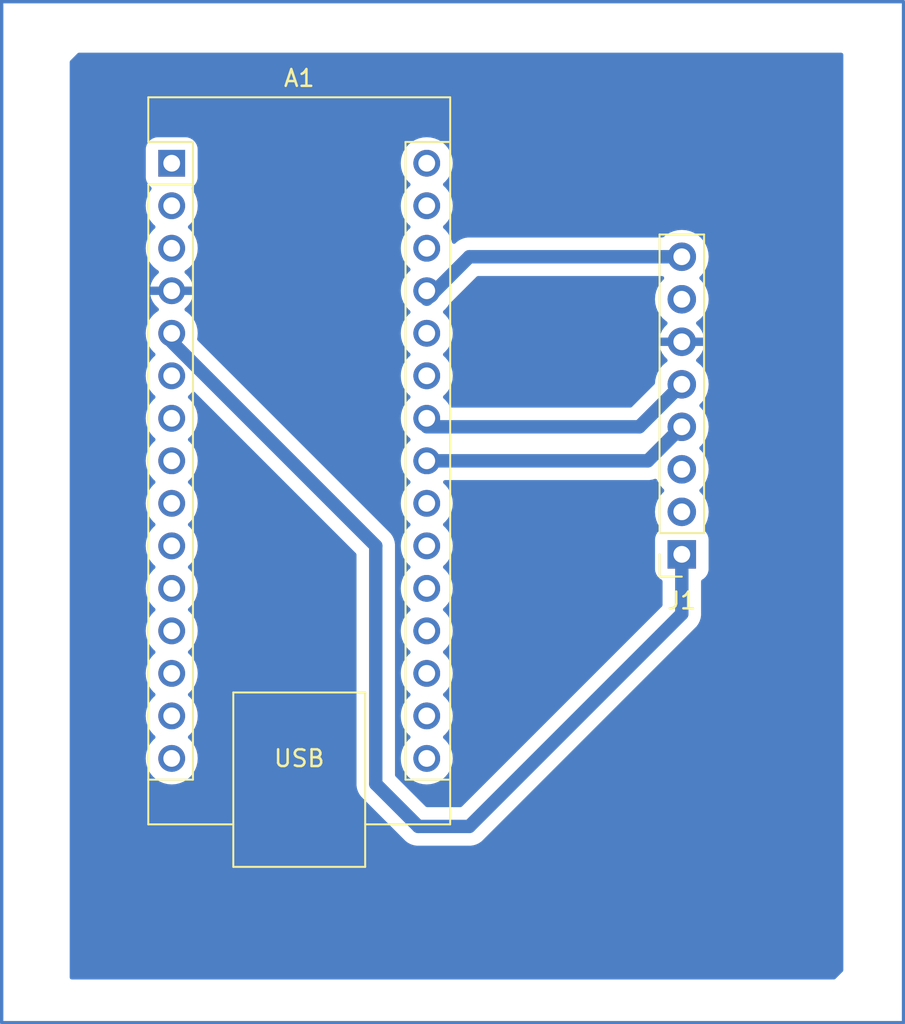
<source format=kicad_pcb>
(kicad_pcb (version 20240108) (generator "pcbnew") (generator_version "8.0")
  (layers (0 "F.Cu" signal) (31 "B.Cu" signal) (34 "B.Paste" user) (35 "F.Paste" user) (36 "B.SilkS" user "B.Silkscreen") (37 "F.SilkS" user "F.Silkscreen") (38 "B.Mask" user) (39 "F.Mask" user) (44 "Edge.Cuts" user))
  (net 0 "")
  (net 3 "Net-(A1-+5V)")
  (net 7 "Net-(A1-A5)")
  (net 9 "Net-(A1-A4)")
  (net 21 "Net-(A1-D2)")
  (net 33 "GND")
  (footprint "Connector_PinSocket_2.54mm:PinSocket_1x08_P2.54mm_Vertical" (layer "F.Cu") (at 96.52 48.26 180)
    (property "Reference" "J1" (at 0 -2.77 360) (layer "F.SilkS"))
    (property "Value" "IMU")
    (fp_line (start 1.33 1.27) (end 1.33 19.11) (stroke (width 0.12)) (layer "F.SilkS"))
    (fp_line (start 1.33 -1.33) (end 1.33 0) (stroke (width 0.12)) (layer "F.SilkS"))
    (fp_line (start 0 -1.33) (end 1.33 -1.33) (stroke (width 0.12)) (layer "F.SilkS"))
    (fp_line (start -1.33 19.11) (end 1.33 19.11) (stroke (width 0.12)) (layer "F.SilkS"))
    (fp_line (start -1.33 1.27) (end 1.33 1.27) (stroke (width 0.12)) (layer "F.SilkS"))
    (fp_line (start -1.33 1.27) (end -1.33 19.11) (stroke (width 0.12)) (layer "F.SilkS"))
    (pad "1" thru_hole rect (at 0 0 180) (size 1.7 1.7) (drill 1) (layers "*.Cu" "*.Mask") (net 21 "Net-(A1-D2)"))
    (pad "2" thru_hole oval (at 0 2.54 180) (size 1.7 1.7) (drill 1) (layers "*.Cu" "*.Mask"))
    (pad "3" thru_hole oval (at 0 5.08 180) (size 1.7 1.7) (drill 1) (layers "*.Cu" "*.Mask"))
    (pad "4" thru_hole oval (at 0 7.62 180) (size 1.7 1.7) (drill 1) (layers "*.Cu" "*.Mask") (net 9 "Net-(A1-A4)"))
    (pad "5" thru_hole oval (at 0 10.16 180) (size 1.7 1.7) (drill 1) (layers "*.Cu" "*.Mask") (net 7 "Net-(A1-A5)"))
    (pad "6" thru_hole oval (at 0 12.7 180) (size 1.7 1.7) (drill 1) (layers "*.Cu" "*.Mask") (net 33 "GND"))
    (pad "7" thru_hole oval (at 0 15.24 180) (size 1.7 1.7) (drill 1) (layers "*.Cu" "*.Mask"))
    (pad "8" thru_hole oval (at 0 17.78 180) (size 1.7 1.7) (drill 1) (layers "*.Cu" "*.Mask") (net 3 "Net-(A1-+5V)"))
  )
  (footprint "Module:Arduino_Nano" (layer "F.Cu") (at 66.04 24.892)
    (property "Reference" "A1" (at 7.62 -5.08 0) (layer "F.SilkS"))
    (property "Value" "Arduino_Nano_v3.x")
    (fp_line (start -1.4 -3.94) (end -1.4 -1.27) (stroke (width 0.12)) (layer "F.SilkS"))
    (fp_line (start -1.4 1.27) (end -1.4 39.5) (stroke (width 0.12)) (layer "F.SilkS"))
    (fp_line (start -1.4 39.5) (end 3.68 39.5) (stroke (width 0.12)) (layer "F.SilkS"))
    (fp_line (start 1.27 -1.27) (end -1.4 -1.27) (stroke (width 0.12)) (layer "F.SilkS"))
    (fp_line (start 1.27 1.27) (end -1.4 1.27) (stroke (width 0.12)) (layer "F.SilkS"))
    (fp_line (start 1.27 1.27) (end 1.27 -1.27) (stroke (width 0.12)) (layer "F.SilkS"))
    (fp_line (start 1.27 1.27) (end 1.27 36.83) (stroke (width 0.12)) (layer "F.SilkS"))
    (fp_line (start 1.27 36.83) (end -1.4 36.83) (stroke (width 0.12)) (layer "F.SilkS"))
    (fp_line (start 3.68 31.62) (end 11.56 31.62) (stroke (width 0.12)) (layer "F.SilkS"))
    (fp_line (start 3.68 42.04) (end 3.68 31.62) (stroke (width 0.12)) (layer "F.SilkS"))
    (fp_line (start 11.56 31.62) (end 11.56 42.04) (stroke (width 0.12)) (layer "F.SilkS"))
    (fp_line (start 11.56 42.04) (end 3.68 42.04) (stroke (width 0.12)) (layer "F.SilkS"))
    (fp_line (start 13.97 -1.27) (end 13.97 36.83) (stroke (width 0.12)) (layer "F.SilkS"))
    (fp_line (start 13.97 -1.27) (end 16.64 -1.27) (stroke (width 0.12)) (layer "F.SilkS"))
    (fp_line (start 13.97 36.83) (end 16.64 36.83) (stroke (width 0.12)) (layer "F.SilkS"))
    (fp_line (start 16.64 -3.94) (end -1.4 -3.94) (stroke (width 0.12)) (layer "F.SilkS"))
    (fp_line (start 16.64 39.5) (end 11.56 39.5) (stroke (width 0.12)) (layer "F.SilkS"))
    (fp_line (start 16.64 39.5) (end 16.64 -3.94) (stroke (width 0.12)) (layer "F.SilkS"))
    (fp_text user "USB" (at 7.62 35.56 0) (layer "F.SilkS"))
    (pad "1" thru_hole rect (at 0 0) (size 1.6 1.6) (drill 1) (layers "*.Cu" "*.Mask"))
    (pad "2" thru_hole oval (at 0 2.54) (size 1.6 1.6) (drill 1) (layers "*.Cu" "*.Mask"))
    (pad "3" thru_hole oval (at 0 5.08) (size 1.6 1.6) (drill 1) (layers "*.Cu" "*.Mask"))
    (pad "4" thru_hole oval (at 0 7.62) (size 1.6 1.6) (drill 1) (layers "*.Cu" "*.Mask") (net 33 "GND"))
    (pad "5" thru_hole oval (at 0 10.16) (size 1.6 1.6) (drill 1) (layers "*.Cu" "*.Mask") (net 21 "Net-(A1-D2)"))
    (pad "6" thru_hole oval (at 0 12.7) (size 1.6 1.6) (drill 1) (layers "*.Cu" "*.Mask"))
    (pad "7" thru_hole oval (at 0 15.24) (size 1.6 1.6) (drill 1) (layers "*.Cu" "*.Mask"))
    (pad "8" thru_hole oval (at 0 17.78) (size 1.6 1.6) (drill 1) (layers "*.Cu" "*.Mask"))
    (pad "9" thru_hole oval (at 0 20.32) (size 1.6 1.6) (drill 1) (layers "*.Cu" "*.Mask"))
    (pad "10" thru_hole oval (at 0 22.86) (size 1.6 1.6) (drill 1) (layers "*.Cu" "*.Mask"))
    (pad "11" thru_hole oval (at 0 25.4) (size 1.6 1.6) (drill 1) (layers "*.Cu" "*.Mask"))
    (pad "12" thru_hole oval (at 0 27.94) (size 1.6 1.6) (drill 1) (layers "*.Cu" "*.Mask"))
    (pad "13" thru_hole oval (at 0 30.48) (size 1.6 1.6) (drill 1) (layers "*.Cu" "*.Mask"))
    (pad "14" thru_hole oval (at 0 33.02) (size 1.6 1.6) (drill 1) (layers "*.Cu" "*.Mask"))
    (pad "15" thru_hole oval (at 0 35.56) (size 1.6 1.6) (drill 1) (layers "*.Cu" "*.Mask"))
    (pad "16" thru_hole oval (at 15.24 35.56) (size 1.6 1.6) (drill 1) (layers "*.Cu" "*.Mask"))
    (pad "17" thru_hole oval (at 15.24 33.02) (size 1.6 1.6) (drill 1) (layers "*.Cu" "*.Mask"))
    (pad "18" thru_hole oval (at 15.24 30.48) (size 1.6 1.6) (drill 1) (layers "*.Cu" "*.Mask"))
    (pad "19" thru_hole oval (at 15.24 27.94) (size 1.6 1.6) (drill 1) (layers "*.Cu" "*.Mask"))
    (pad "20" thru_hole oval (at 15.24 25.4) (size 1.6 1.6) (drill 1) (layers "*.Cu" "*.Mask"))
    (pad "21" thru_hole oval (at 15.24 22.86) (size 1.6 1.6) (drill 1) (layers "*.Cu" "*.Mask"))
    (pad "22" thru_hole oval (at 15.24 20.32) (size 1.6 1.6) (drill 1) (layers "*.Cu" "*.Mask"))
    (pad "23" thru_hole oval (at 15.24 17.78) (size 1.6 1.6) (drill 1) (layers "*.Cu" "*.Mask") (net 9 "Net-(A1-A4)"))
    (pad "24" thru_hole oval (at 15.24 15.24) (size 1.6 1.6) (drill 1) (layers "*.Cu" "*.Mask") (net 7 "Net-(A1-A5)"))
    (pad "25" thru_hole oval (at 15.24 12.7) (size 1.6 1.6) (drill 1) (layers "*.Cu" "*.Mask"))
    (pad "26" thru_hole oval (at 15.24 10.16) (size 1.6 1.6) (drill 1) (layers "*.Cu" "*.Mask"))
    (pad "27" thru_hole oval (at 15.24 7.62) (size 1.6 1.6) (drill 1) (layers "*.Cu" "*.Mask") (net 3 "Net-(A1-+5V)"))
    (pad "28" thru_hole oval (at 15.24 5.08) (size 1.6 1.6) (drill 1) (layers "*.Cu" "*.Mask"))
    (pad "29" thru_hole oval (at 15.24 2.54) (size 1.6 1.6) (drill 1) (layers "*.Cu" "*.Mask"))
    (pad "30" thru_hole oval (at 15.24 0) (size 1.6 1.6) (drill 1) (layers "*.Cu" "*.Mask"))
  )
  (gr_rect (start 55.88 15.24) (end 109.768 76.24) (stroke (width 0.2)) (fill none) (layer "B.Cu"))
  (segment (start 83.82 30.48) (end 81.28 33.02) (width 0.8) (layer "B.Cu") (net 3))
  (segment (start 96.52 30.48) (end 83.82 30.48) (width 0.8) (layer "B.Cu") (net 3))
  (segment (start 93.98 40.64) (end 81.28 40.64) (width 0.8) (layer "B.Cu") (net 7))
  (segment (start 96.52 38.1) (end 93.98 40.64) (width 0.8) (layer "B.Cu") (net 7))
  (segment (start 81.788 42.672) (end 81.28 43.18) (width 0.2) (layer "F.Cu") (net 9))
  (segment (start 94.488 42.672) (end 81.788 42.672) (width 0.8) (layer "B.Cu") (net 9))
  (segment (start 96.52 40.64) (end 94.488 42.672) (width 0.8) (layer "B.Cu") (net 9))
  (segment (start 83.82 64.516) (end 96.52 51.816) (width 0.8) (layer "B.Cu") (net 21))
  (segment (start 80.772 64.516) (end 83.82 64.516) (width 0.8) (layer "B.Cu") (net 21))
  (segment (start 78.232 47.752) (end 78.232 61.976) (width 0.8) (layer "B.Cu") (net 21))
  (segment (start 78.232 61.976) (end 80.772 64.516) (width 0.8) (layer "B.Cu") (net 21))
  (segment (start 66.04 35.56) (end 78.232 47.752) (width 0.8) (layer "B.Cu") (net 21))
  (segment (start 96.52 51.816) (end 96.52 48.26) (width 0.8) (layer "B.Cu") (net 21))
  (zone (net 33) (net_name "GND") (layer "B.Cu") (connect_pads (clearance 0.75)) (min_thickness 0.25) (fill yes (thermal_gap 0.5) (thermal_bridge_width 0.5))
    (polygon (pts (xy 59.944 18.796) (xy 59.944 73.66) (xy 105.664 73.66) (xy 106.172 73.152) (xy 106.172 18.288) (xy 60.452 18.288)))
  )
)
</source>
